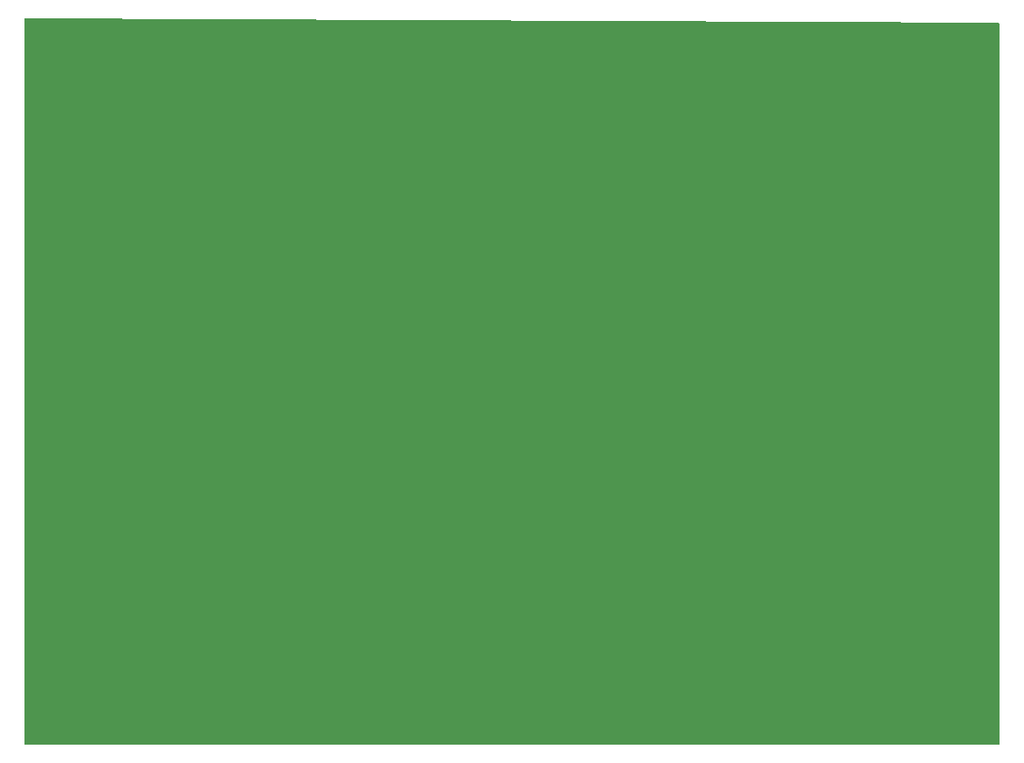
<source format=gbr>
%TF.GenerationSoftware,KiCad,Pcbnew,9.0.1*%
%TF.CreationDate,2025-05-14T18:29:25+05:30*%
%TF.ProjectId,usb,7573622e-6b69-4636-9164-5f7063625858,rev?*%
%TF.SameCoordinates,Original*%
%TF.FileFunction,Profile,NP*%
%FSLAX46Y46*%
G04 Gerber Fmt 4.6, Leading zero omitted, Abs format (unit mm)*
G04 Created by KiCad (PCBNEW 9.0.1) date 2025-05-14 18:29:25*
%MOMM*%
%LPD*%
G01*
G04 APERTURE LIST*
G04 APERTURE END LIST*
G36*
X199876656Y-44999347D02*
G01*
X199943590Y-45019386D01*
X199989065Y-45072431D01*
X200000000Y-45123345D01*
X200000000Y-114876000D01*
X199980315Y-114943039D01*
X199927511Y-114988794D01*
X199876000Y-115000000D01*
X105624000Y-115000000D01*
X105556961Y-114980315D01*
X105511206Y-114927511D01*
X105500000Y-114876000D01*
X105500000Y-44624657D01*
X105519685Y-44557618D01*
X105572489Y-44511863D01*
X105624656Y-44500659D01*
X199876656Y-44999347D01*
G37*
M02*

</source>
